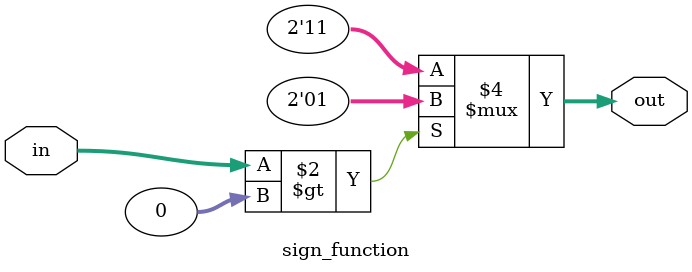
<source format=sv>
module sign_function (
    input  logic signed [31:0] in,  // Input signal
    output logic signed [1:0] out   // Sign output (+1 or -1)
);
    always_comb begin
        if (in > 0)
            out = 2'b01;  // +1
        else
            out = 2'b11;  // -1 (Two's complement representation)
    end
endmodule

</source>
